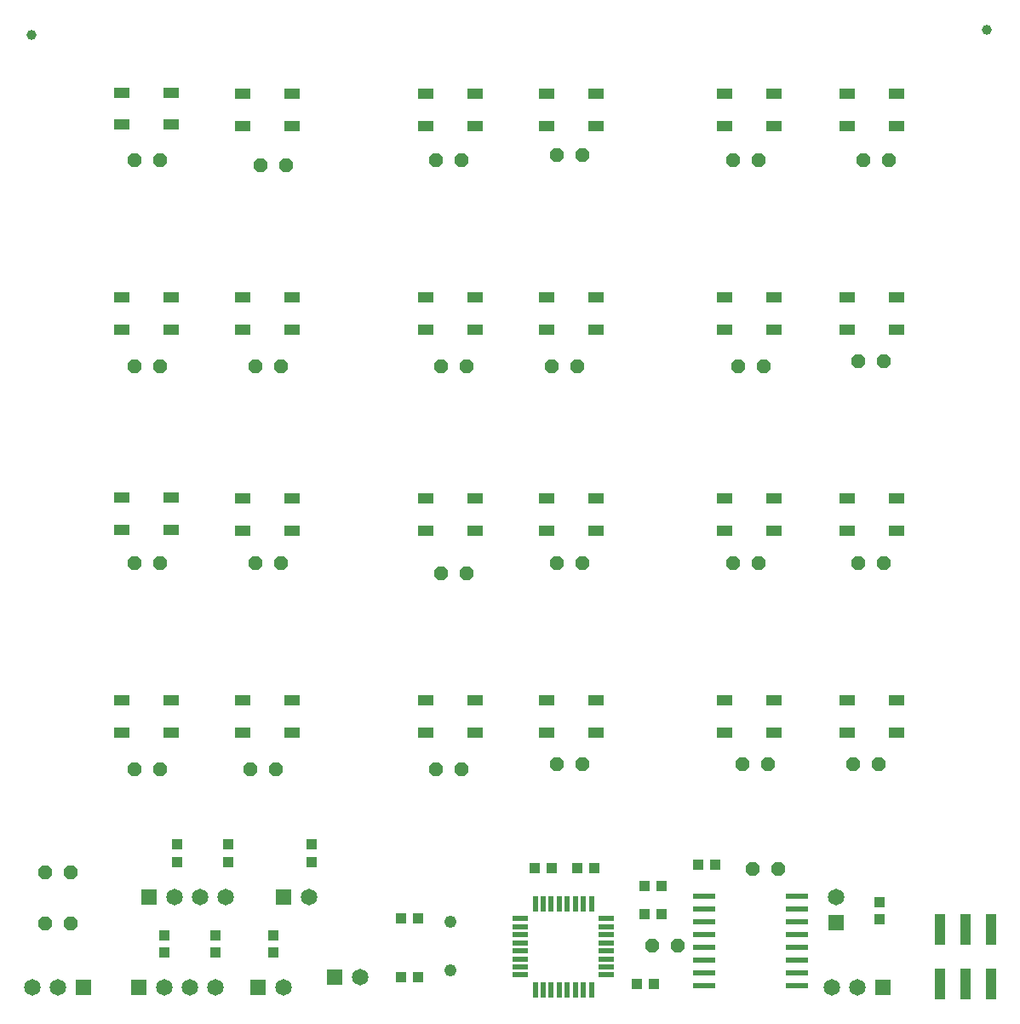
<source format=gts>
G75*
%MOIN*%
%OFA0B0*%
%FSLAX25Y25*%
%IPPOS*%
%LPD*%
%AMOC8*
5,1,8,0,0,1.08239X$1,22.5*
%
%ADD10C,0.03937*%
%ADD11R,0.05906X0.03937*%
%ADD12R,0.03937X0.12205*%
%ADD13R,0.06496X0.06496*%
%ADD14C,0.06496*%
%ADD15R,0.05906X0.02165*%
%ADD16R,0.02165X0.05906*%
%ADD17R,0.04331X0.03937*%
%ADD18R,0.03937X0.04331*%
%ADD19C,0.04800*%
%ADD20OC8,0.05600*%
%ADD21R,0.08661X0.02362*%
D10*
X0073619Y0386047D03*
X0447635Y0388015D03*
D11*
X0412335Y0362991D03*
X0412335Y0350393D03*
X0393044Y0350393D03*
X0393044Y0362991D03*
X0364146Y0362991D03*
X0364146Y0350393D03*
X0344855Y0350393D03*
X0344855Y0362991D03*
X0294461Y0362991D03*
X0294461Y0350393D03*
X0275170Y0350393D03*
X0275170Y0362991D03*
X0247335Y0362991D03*
X0247335Y0350393D03*
X0228044Y0350393D03*
X0228044Y0362991D03*
X0175642Y0362991D03*
X0175642Y0350393D03*
X0156351Y0350393D03*
X0156351Y0362991D03*
X0128280Y0363385D03*
X0128280Y0350787D03*
X0108989Y0350787D03*
X0108989Y0363385D03*
X0108989Y0283306D03*
X0108989Y0270708D03*
X0128280Y0270708D03*
X0128280Y0283306D03*
X0156233Y0283306D03*
X0156233Y0270708D03*
X0175524Y0270708D03*
X0175524Y0283306D03*
X0228044Y0283306D03*
X0228044Y0270708D03*
X0247335Y0270708D03*
X0247335Y0283306D03*
X0275170Y0283306D03*
X0275170Y0270708D03*
X0294461Y0270708D03*
X0294461Y0283306D03*
X0344855Y0283306D03*
X0344855Y0270708D03*
X0364146Y0270708D03*
X0364146Y0283306D03*
X0393044Y0283306D03*
X0393044Y0270708D03*
X0412335Y0270708D03*
X0412335Y0283306D03*
X0412335Y0204527D03*
X0412335Y0191928D03*
X0393044Y0191928D03*
X0393044Y0204527D03*
X0364146Y0204527D03*
X0364146Y0191928D03*
X0344855Y0191928D03*
X0344855Y0204527D03*
X0294461Y0204527D03*
X0294461Y0191928D03*
X0275170Y0191928D03*
X0275170Y0204527D03*
X0247335Y0204527D03*
X0247335Y0191928D03*
X0228044Y0191928D03*
X0228044Y0204527D03*
X0175524Y0204527D03*
X0175524Y0191928D03*
X0156233Y0191928D03*
X0156233Y0204527D03*
X0128280Y0204921D03*
X0128280Y0192322D03*
X0108989Y0192322D03*
X0108989Y0204921D03*
X0108989Y0125590D03*
X0108989Y0112991D03*
X0128280Y0112991D03*
X0128280Y0125590D03*
X0156233Y0125590D03*
X0156233Y0112991D03*
X0175524Y0112991D03*
X0175524Y0125590D03*
X0228044Y0125590D03*
X0228044Y0112991D03*
X0247335Y0112991D03*
X0247335Y0125590D03*
X0275170Y0125590D03*
X0275170Y0112991D03*
X0294461Y0112991D03*
X0294461Y0125590D03*
X0344855Y0125590D03*
X0344855Y0112991D03*
X0364146Y0112991D03*
X0364146Y0125590D03*
X0393044Y0125590D03*
X0393044Y0112991D03*
X0412335Y0112991D03*
X0412335Y0125590D03*
D12*
X0429107Y0035826D03*
X0439107Y0035826D03*
X0449107Y0035826D03*
X0449107Y0014566D03*
X0439107Y0014566D03*
X0429107Y0014566D03*
D13*
X0407020Y0013188D03*
X0388579Y0038527D03*
X0192335Y0017125D03*
X0162335Y0013188D03*
X0172217Y0048621D03*
X0119540Y0048621D03*
X0115485Y0013188D03*
X0094028Y0013188D03*
D14*
X0074028Y0013188D03*
X0084028Y0013188D03*
X0125485Y0013188D03*
X0135485Y0013188D03*
X0145485Y0013188D03*
X0172335Y0013188D03*
X0202335Y0017125D03*
X0182217Y0048621D03*
X0149540Y0048621D03*
X0139540Y0048621D03*
X0129540Y0048621D03*
X0388579Y0048527D03*
X0387020Y0013188D03*
X0397020Y0013188D03*
D15*
X0298753Y0018110D03*
X0298753Y0021259D03*
X0298753Y0024409D03*
X0298753Y0027558D03*
X0298753Y0030708D03*
X0298753Y0033858D03*
X0298753Y0037007D03*
X0298753Y0040157D03*
X0264894Y0040157D03*
X0264894Y0037007D03*
X0264894Y0033858D03*
X0264894Y0030708D03*
X0264894Y0027558D03*
X0264894Y0024409D03*
X0264894Y0021259D03*
X0264894Y0018110D03*
D16*
X0270800Y0012204D03*
X0273949Y0012204D03*
X0277099Y0012204D03*
X0280249Y0012204D03*
X0283398Y0012204D03*
X0286548Y0012204D03*
X0289698Y0012204D03*
X0292847Y0012204D03*
X0292847Y0046062D03*
X0289698Y0046062D03*
X0286548Y0046062D03*
X0283398Y0046062D03*
X0280249Y0046062D03*
X0277099Y0046062D03*
X0273949Y0046062D03*
X0270800Y0046062D03*
D17*
X0224934Y0040354D03*
X0218241Y0040354D03*
X0218170Y0017173D03*
X0224863Y0017173D03*
X0183280Y0062401D03*
X0183280Y0069094D03*
X0150603Y0069094D03*
X0150603Y0062401D03*
X0130603Y0062401D03*
X0130603Y0069094D03*
X0125485Y0033661D03*
X0125485Y0026968D03*
X0145485Y0026968D03*
X0145485Y0033661D03*
X0168398Y0033661D03*
X0168398Y0026968D03*
X0405509Y0039984D03*
X0405509Y0046677D03*
D18*
X0341138Y0061362D03*
X0334446Y0061362D03*
X0320272Y0052858D03*
X0313579Y0052858D03*
X0313579Y0041991D03*
X0320272Y0041991D03*
X0293871Y0059881D03*
X0287178Y0059881D03*
X0277375Y0059881D03*
X0270682Y0059881D03*
X0310593Y0014645D03*
X0317286Y0014645D03*
D19*
X0237453Y0019759D03*
X0237453Y0038759D03*
D20*
X0242005Y0098645D03*
X0232005Y0098645D03*
X0279249Y0100614D03*
X0289249Y0100614D03*
X0352083Y0100614D03*
X0362083Y0100614D03*
X0395390Y0100614D03*
X0405390Y0100614D03*
X0366020Y0059669D03*
X0356020Y0059669D03*
X0326650Y0029747D03*
X0316650Y0029747D03*
X0169170Y0098645D03*
X0159170Y0098645D03*
X0123894Y0098645D03*
X0113894Y0098645D03*
X0089028Y0058188D03*
X0079028Y0058188D03*
X0079028Y0038188D03*
X0089028Y0038188D03*
X0233973Y0175417D03*
X0243973Y0175417D03*
X0279249Y0179354D03*
X0289249Y0179354D03*
X0348146Y0179354D03*
X0358146Y0179354D03*
X0397359Y0179354D03*
X0407359Y0179354D03*
X0407359Y0258094D03*
X0397359Y0258094D03*
X0360115Y0256125D03*
X0350115Y0256125D03*
X0287280Y0256125D03*
X0277280Y0256125D03*
X0243973Y0256125D03*
X0233973Y0256125D03*
X0171138Y0256125D03*
X0161138Y0256125D03*
X0123894Y0256125D03*
X0113894Y0256125D03*
X0113894Y0179354D03*
X0123894Y0179354D03*
X0161138Y0179354D03*
X0171138Y0179354D03*
X0173107Y0334865D03*
X0163107Y0334865D03*
X0123894Y0336834D03*
X0113894Y0336834D03*
X0232005Y0336834D03*
X0242005Y0336834D03*
X0279249Y0338802D03*
X0289249Y0338802D03*
X0348146Y0336834D03*
X0358146Y0336834D03*
X0399327Y0336834D03*
X0409327Y0336834D03*
D21*
X0373225Y0048822D03*
X0373225Y0043822D03*
X0373225Y0038822D03*
X0373225Y0033822D03*
X0373225Y0028822D03*
X0373225Y0023822D03*
X0373225Y0018822D03*
X0373225Y0013822D03*
X0337005Y0013822D03*
X0337005Y0018822D03*
X0337005Y0023822D03*
X0337005Y0028822D03*
X0337005Y0033822D03*
X0337005Y0038822D03*
X0337005Y0043822D03*
X0337005Y0048822D03*
M02*

</source>
